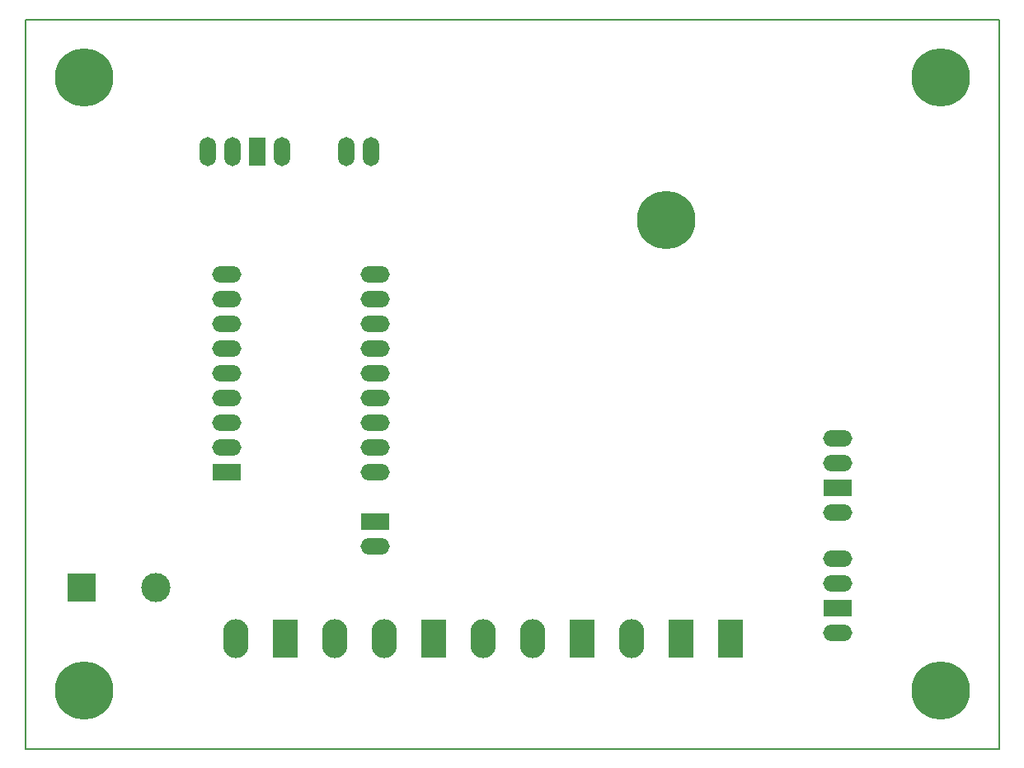
<source format=gbs>
%TF.GenerationSoftware,KiCad,Pcbnew,5.1.10*%
%TF.CreationDate,2021-09-02T20:29:26+02:00*%
%TF.ProjectId,Termostato-Diferencial-Mini,5465726d-6f73-4746-9174-6f2d44696665,rev?*%
%TF.SameCoordinates,PX9e11d20PY4c6afd0*%
%TF.FileFunction,Soldermask,Bot*%
%TF.FilePolarity,Negative*%
%FSLAX45Y45*%
G04 Gerber Fmt 4.5, Leading zero omitted, Abs format (unit mm)*
G04 Created by KiCad (PCBNEW 5.1.10) date 2021-09-02 20:29:26*
%MOMM*%
%LPD*%
G01*
G04 APERTURE LIST*
%TA.AperFunction,Profile*%
%ADD10C,0.200000*%
%TD*%
%ADD11O,3.000000X1.700000*%
%ADD12R,3.000000X1.700000*%
%ADD13C,6.000000*%
%ADD14O,1.700000X3.000000*%
%ADD15R,1.700000X3.000000*%
%ADD16C,3.000000*%
%ADD17R,3.000000X3.000000*%
%ADD18O,2.600000X4.000000*%
%ADD19R,2.600000X4.000000*%
G04 APERTURE END LIST*
D10*
X4998980Y3747000D02*
X-4998900Y3747000D01*
X4999100Y-3746890D02*
X4998980Y3747000D01*
X-4998780Y-3746890D02*
X4999100Y-3746890D01*
X-4998780Y-3746890D02*
X-4998900Y3747000D01*
D11*
%TO.C,RELE-3-4*%
X3345000Y-1793500D03*
X3345000Y-2047500D03*
D12*
X3345000Y-2301500D03*
D11*
X3345000Y-2555500D03*
%TD*%
%TO.C,RELE-1-2*%
X3345000Y-556500D03*
X3345000Y-810500D03*
D12*
X3345000Y-1064500D03*
D11*
X3345000Y-1318500D03*
%TD*%
%TO.C,ARDUINO_R1*%
X-1403290Y1127540D03*
X-1403290Y873540D03*
X-1403290Y619540D03*
X-1403290Y365540D03*
X-1403290Y111540D03*
X-1403290Y-142460D03*
X-1403290Y-396460D03*
X-1403290Y-650460D03*
X-1403290Y-904460D03*
D12*
X-1403290Y-1412460D03*
D11*
X-1403290Y-1666460D03*
%TD*%
%TO.C,ARDUINO_L1*%
X-2927290Y1127540D03*
X-2927290Y873540D03*
X-2927290Y619540D03*
X-2927290Y365540D03*
X-2927290Y111540D03*
X-2927290Y-142460D03*
X-2927290Y-396460D03*
X-2927290Y-650460D03*
D12*
X-2927290Y-904460D03*
%TD*%
D13*
%TO.C,TORNILLO-1*%
X4399100Y3147000D03*
%TD*%
D14*
%TO.C,I2C-LCD1*%
X-3123320Y2391500D03*
X-2869320Y2391500D03*
D15*
X-2615320Y2391500D03*
D14*
X-2361320Y2391500D03*
%TD*%
%TO.C,A4-A5*%
X-1446920Y2391500D03*
X-1700920Y2391500D03*
%TD*%
D16*
%TO.C,BUZZER1*%
X-3659600Y-2092960D03*
D17*
X-4419600Y-2092960D03*
%TD*%
D18*
%TO.C,BORNERA1*%
X-2838900Y-2614000D03*
D19*
X-2330900Y-2614000D03*
D18*
X-1822900Y-2614000D03*
X-1314900Y-2614000D03*
D19*
X-806900Y-2614000D03*
D18*
X-298900Y-2614000D03*
X209100Y-2614000D03*
D19*
X717100Y-2614000D03*
D18*
X1225100Y-2614000D03*
D19*
X1733100Y-2614000D03*
X2241100Y-2614000D03*
%TD*%
D13*
%TO.C,TORNILLO-3*%
X1577600Y1681600D03*
%TD*%
%TO.C,TORNILLO-4*%
X-4398780Y-3146890D03*
%TD*%
%TO.C,TORNILLO-5*%
X4399100Y-3146890D03*
%TD*%
%TO.C,TORNILLO-1*%
X-4398900Y3147000D03*
%TD*%
M02*

</source>
